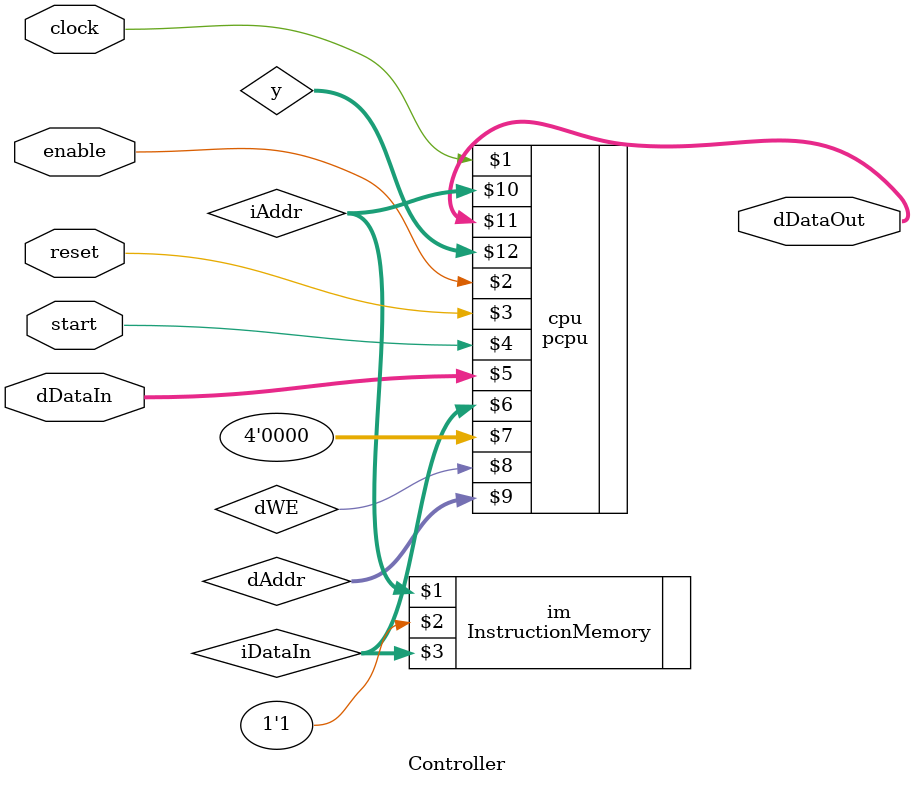
<source format=v>
`timescale 1ns / 1ps
module Controller(
    input wire clock, enable, reset, start,
    input wire [15:0] dDataIn,
    output wire [15:0] dDataOut
    );
    
    wire [7:0] iAddr, dAddr;
    wire [15:0] y,iDataIn;
    wire dWE;

    InstructionMemory im(iAddr, 1'b1, iDataIn);
    pcpu cpu(clock, enable, reset, start,
         dDataIn, iDataIn, 4'b0000, dWE, dAddr, iAddr, dDataOut, y);

endmodule

</source>
